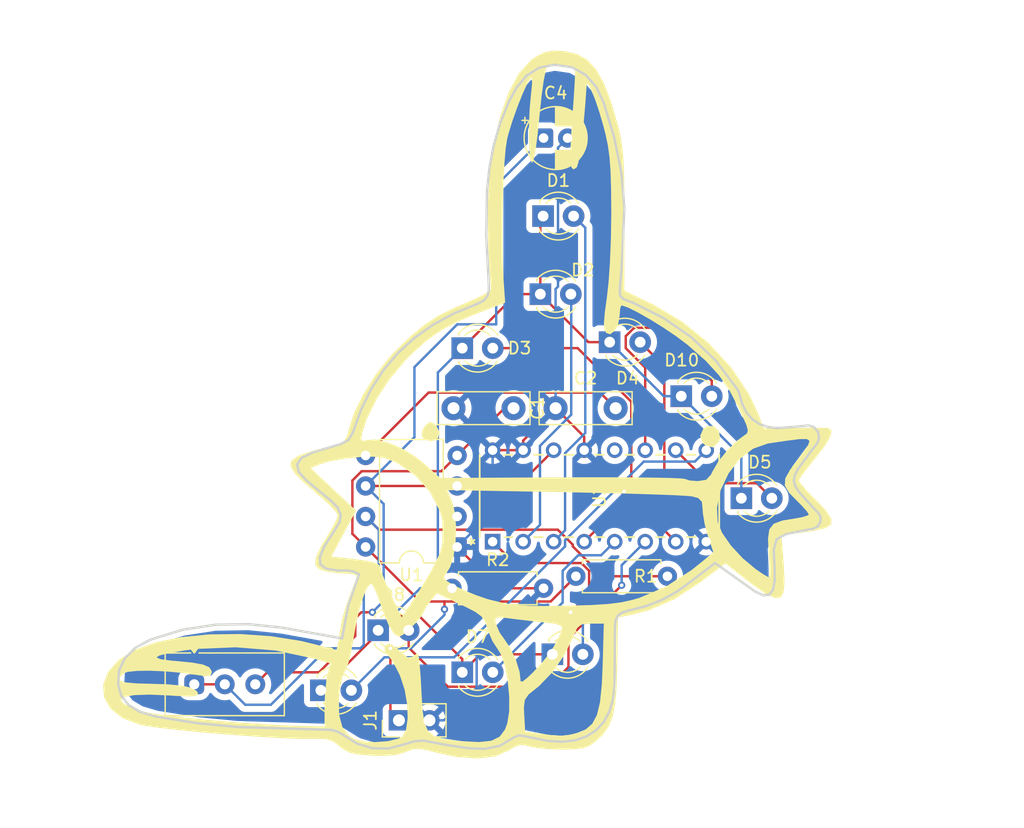
<source format=kicad_pcb>
(kicad_pcb (version 20241229) (generator "pcbnew") (generator_version "9.0")
  (layers (0 "F.Cu" signal) (2 "B.Cu" signal) (13 "F.Paste" user) (15 "B.Paste" user) (5 "F.SilkS" user "F.Silkscreen") (7 "B.SilkS" user "B.Silkscreen") (1 "F.Mask" user) (3 "B.Mask" user) (25 "Edge.Cuts" user))
  (net 0 "")
  (net 1 "GND")
  (net 2 "+5V")
  (net 3 "Net-(U1-CONT)")
  (net 4 "TR")
  (net 5 "Net-(D1-K)")
  (net 6 "Net-(D1-A)")
  (net 7 "Net-(D2-A)")
  (net 8 "Net-(D3-A)")
  (net 9 "Net-(D4-A)")
  (net 10 "Net-(D5-A)")
  (net 11 "Net-(D6-A)")
  (net 12 "Net-(D7-A)")
  (net 13 "Net-(D8-A)")
  (net 14 "Net-(D9-A)")
  (net 15 "Net-(D10-A)")
  (net 16 "Net-(U1-DISCH)")
  (net 17 "OUT")
  (footprint "Capacitor_THT:C_Disc_D7.5mm_W2.5mm_P5.00mm" (layer "F.Cu") (at 164.5 82.5)
    (property "Reference" "C2" (at 2.5 -2.5 0) (layer "F.SilkS"))
    (property "Value" "0.01 uF")
    (pad "1" thru_hole circle (at 0 0) (size 2 2) (drill 1) (layers "*.Cu" "*.Mask") (net 1 "GND"))
    (pad "2" thru_hole circle (at 5 0) (size 2 2) (drill 1) (layers "*.Cu" "*.Mask") (net 3 "Net-(U1-CONT)"))
  )
  (footprint "LOGO" (layer "F.Cu") (at 157 82.5)
    (property "Reference" "G***" (hide yes))
    (property "Value" "LOGO" (hide yes))
  )
  (footprint "LED_THT:LED_D3.0mm" (layer "F.Cu") (at 163.23 73)
    (property "Reference" "D2" (at 3.54 -2 0) (layer "F.SilkS"))
    (property "Value" "LED")
    (pad "1" thru_hole rect (at 0 0) (size 1.8 1.8) (drill 0.9) (layers "*.Cu" "*.Mask") (net 5 "Net-(D1-K)"))
    (pad "2" thru_hole circle (at 2.54 0) (size 1.8 1.8) (drill 0.9) (layers "*.Cu" "*.Mask") (net 7 "Net-(D2-A)"))
  )
  (footprint "Capacitor_THT:C_Disc_D7.5mm_W2.5mm_P5.00mm" (layer "F.Cu") (at 161 82.5 180)
    (property "Reference" "C1" (at -2 0 90) (layer "F.SilkS"))
    (property "Value" "100 nF")
    (pad "1" thru_hole circle (at 0 0 180) (size 2 2) (drill 1) (layers "*.Cu" "*.Mask") (net 2 "+5V"))
    (pad "2" thru_hole circle (at 5 0 180) (size 2 2) (drill 1) (layers "*.Cu" "*.Mask") (net 1 "GND"))
  )
  (footprint "footprints:N16" (layer "F.Cu") (at 159.26 93.62 90)
    (property "Reference" "U2" (at 3.81 8.89 90) (layer "F.SilkS"))
    (property "Value" "4017")
    (fp_text user "*" (at 0 -1.4097 90) (layer "F.SilkS"))
    (fp_text user "*" (at 0 -1.4097 90) (layer "F.SilkS"))
    (pad "1" thru_hole rect (at 0 0 90) (size 1.2954 1.2954) (drill 0.7874) (layers "*.Cu" "*.Mask") (net 11 "Net-(D6-A)"))
    (pad "2" thru_hole circle (at 0 2.54 90) (size 1.2954 1.2954) (drill 0.7874) (layers "*.Cu" "*.Mask") (net 7 "Net-(D2-A)"))
    (pad "3" thru_hole circle (at 0 5.08 90) (size 1.2954 1.2954) (drill 0.7874) (layers "*.Cu" "*.Mask") (net 6 "Net-(D1-A)"))
    (pad "4" thru_hole circle (at 0 7.62 90) (size 1.2954 1.2954) (drill 0.7874) (layers "*.Cu" "*.Mask") (net 8 "Net-(D3-A)"))
    (pad "5" thru_hole circle (at 0 10.16 90) (size 1.2954 1.2954) (drill 0.7874) (layers "*.Cu" "*.Mask") (net 12 "Net-(D7-A)"))
    (pad "6" thru_hole circle (at 0 12.7 90) (size 1.2954 1.2954) (drill 0.7874) (layers "*.Cu" "*.Mask") (net 13 "Net-(D8-A)"))
    (pad "7" thru_hole circle (at 0 15.24 90) (size 1.2954 1.2954) (drill 0.7874) (layers "*.Cu" "*.Mask") (net 9 "Net-(D4-A)"))
    (pad "8" thru_hole circle (at 0 17.78 90) (size 1.2954 1.2954) (drill 0.7874) (layers "*.Cu" "*.Mask") (net 1 "GND"))
    (pad "9" thru_hole circle (at 7.62 17.78 90) (size 1.2954 1.2954) (drill 0.7874) (layers "*.Cu" "*.Mask") (net 14 "Net-(D9-A)"))
    (pad "10" thru_hole circle (at 7.62 15.24 90) (size 1.2954 1.2954) (drill 0.7874) (layers "*.Cu" "*.Mask") (net 10 "Net-(D5-A)"))
    (pad "11" thru_hole circle (at 7.62 12.7 90) (size 1.2954 1.2954) (drill 0.7874) (layers "*.Cu" "*.Mask") (net 15 "Net-(D10-A)"))
    (pad "12" thru_hole circle (at 7.62 10.16 90) (size 1.2954 1.2954) (drill 0.7874) (layers "*.Cu" "*.Mask"))
    (pad "13" thru_hole circle (at 7.62 7.62 90) (size 1.2954 1.2954) (drill 0.7874) (layers "*.Cu" "*.Mask") (net 1 "GND"))
    (pad "14" thru_hole circle (at 7.62 5.08 90) (size 1.2954 1.2954) (drill 0.7874) (layers "*.Cu" "*.Mask") (net 17 "OUT"))
    (pad "15" thru_hole circle (at 7.62 2.54 90) (size 1.2954 1.2954) (drill 0.7874) (layers "*.Cu" "*.Mask") (net 1 "GND"))
    (pad "16" thru_hole circle (at 7.62 0 90) (size 1.2954 1.2954) (drill 0.7874) (layers "*.Cu" "*.Mask") (net 1 "GND"))
  )
  (footprint "LED_THT:LED_D3.0mm" (layer "F.Cu") (at 144.96 106)
    (property "Reference" "D9" (at 1.27 -2.96 0) (layer "F.SilkS"))
    (property "Value" "LED")
    (pad "1" thru_hole rect (at 0 0) (size 1.8 1.8) (drill 0.9) (layers "*.Cu" "*.Mask") (net 5 "Net-(D1-K)"))
    (pad "2" thru_hole circle (at 2.54 0) (size 1.8 1.8) (drill 0.9) (layers "*.Cu" "*.Mask") (net 14 "Net-(D9-A)"))
  )
  (footprint "LED_THT:LED_D3.0mm" (layer "F.Cu") (at 163.46 66.5)
    (property "Reference" "D1" (at 1.27 -2.96 0) (layer "F.SilkS"))
    (property "Value" "LED")
    (pad "1" thru_hole rect (at 0 0) (size 1.8 1.8) (drill 0.9) (layers "*.Cu" "*.Mask") (net 5 "Net-(D1-K)"))
    (pad "2" thru_hole circle (at 2.54 0) (size 1.8 1.8) (drill 0.9) (layers "*.Cu" "*.Mask") (net 6 "Net-(D1-A)"))
  )
  (footprint "Resistor_THT:R_Axial_DIN0207_L6.3mm_D2.5mm_P7.62mm_Horizontal" (layer "F.Cu") (at 173.81 96.5 180)
    (property "Reference" "R1" (at 1.81 0 0) (layer "F.SilkS"))
    (property "Value" "1k")
    (pad "1" thru_hole circle (at 0 0 180) (size 1.6 1.6) (drill 0.8) (layers "*.Cu" "*.Mask") (net 16 "Net-(U1-DISCH)"))
    (pad "2" thru_hole circle (at 7.62 0 180) (size 1.6 1.6) (drill 0.8) (layers "*.Cu" "*.Mask") (net 2 "+5V"))
  )
  (footprint "LED_THT:LED_D3.0mm" (layer "F.Cu") (at 164.23 103)
    (property "Reference" "D6" (at 1.27 -2.96 0) (layer "F.SilkS"))
    (property "Value" "LED")
    (pad "1" thru_hole rect (at 0 0) (size 1.8 1.8) (drill 0.9) (layers "*.Cu" "*.Mask") (net 5 "Net-(D1-K)"))
    (pad "2" thru_hole circle (at 2.54 0) (size 1.8 1.8) (drill 0.9) (layers "*.Cu" "*.Mask") (net 11 "Net-(D6-A)"))
  )
  (footprint "LED_THT:LED_D3.0mm" (layer "F.Cu") (at 179.96 90)
    (property "Reference" "D5" (at 1.54 -3 0) (layer "F.SilkS"))
    (property "Value" "LED")
    (pad "1" thru_hole rect (at 0 0) (size 1.8 1.8) (drill 0.9) (layers "*.Cu" "*.Mask") (net 5 "Net-(D1-K)"))
    (pad "2" thru_hole circle (at 2.54 0) (size 1.8 1.8) (drill 0.9) (layers "*.Cu" "*.Mask") (net 10 "Net-(D5-A)"))
  )
  (footprint "Potentiometer_THT:Potentiometer_Vishay_T93YA_Vertical" (layer "F.Cu") (at 134.42 105.5)
    (property "Reference" "RV1" (hide yes))
    (property "Value" "R_Potentiometer" (hide yes))
    (pad "1" thru_hole roundrect (at 0 0) (size 1.65 1.65) (drill 0.85) (layers "*.Cu" "*.Mask") (net 16 "Net-(U1-DISCH)"))
    (pad "2" thru_hole circle (at 2.54 0) (size 1.65 1.65) (drill 0.85) (layers "*.Cu" "*.Mask") (net 16 "Net-(U1-DISCH)"))
    (pad "3" thru_hole circle (at 5.08 0) (size 1.65 1.65) (drill 0.85) (layers "*.Cu" "*.Mask") (net 4 "TR"))
  )
  (footprint "LED_THT:LED_D3.0mm" (layer "F.Cu") (at 174.96 81.5)
    (property "Reference" "D10" (at 0.04 -3 0) (layer "F.SilkS"))
    (property "Value" "LED" (hide yes))
    (pad "1" thru_hole rect (at 0 0) (size 1.8 1.8) (drill 0.9) (layers "*.Cu" "*.Mask") (net 5 "Net-(D1-K)"))
    (pad "2" thru_hole circle (at 2.54 0) (size 1.8 1.8) (drill 0.9) (layers "*.Cu" "*.Mask") (net 15 "Net-(D10-A)"))
  )
  (footprint "Connector_PinHeader_2.54mm:PinHeader_1x02_P2.54mm_Vertical" (layer "F.Cu") (at 151.46 108.5 90)
    (property "Reference" "J1" (at 0 -2.38 90) (layer "F.SilkS"))
    (property "Value" "Conn_01x02" (hide yes))
    (pad "1" thru_hole rect (at 0 0 90) (size 1.7 1.7) (drill 1) (layers "*.Cu" "*.Mask") (net 2 "+5V"))
    (pad "2" thru_hole circle (at 0 2.54 90) (size 1.7 1.7) (drill 1) (layers "*.Cu" "*.Mask") (net 1 "GND"))
  )
  (footprint "LED_THT:LED_D3.0mm" (layer "F.Cu") (at 156.73 77.5)
    (property "Reference" "D3" (at 4.77 0 0) (layer "F.SilkS"))
    (property "Value" "LED" (hide yes))
    (pad "1" thru_hole rect (at 0 0) (size 1.8 1.8) (drill 0.9) (layers "*.Cu" "*.Mask") (net 5 "Net-(D1-K)"))
    (pad "2" thru_hole circle (at 2.54 0) (size 1.8 1.8) (drill 0.9) (layers "*.Cu" "*.Mask") (net 8 "Net-(D3-A)"))
  )
  (footprint "Resistor_THT:R_Axial_DIN0207_L6.3mm_D2.5mm_P7.62mm_Horizontal" (layer "F.Cu") (at 155.88 97.5)
    (property "Reference" "R2" (at 3.81 -2.37 0) (layer "F.SilkS"))
    (property "Value" "470 ohms")
    (pad "1" thru_hole circle (at 0 0) (size 1.6 1.6) (drill 0.8) (layers "*.Cu" "*.Mask") (net 5 "Net-(D1-K)"))
    (pad "2" thru_hole circle (at 7.62 0) (size 1.6 1.6) (drill 0.8) (layers "*.Cu" "*.Mask") (net 1 "GND"))
  )
  (footprint "LED_THT:LED_D3.0mm" (layer "F.Cu") (at 169 77)
    (property "Reference" "D4" (at 1.5 3 0) (layer "F.SilkS"))
    (property "Value" "LED" (hide yes))
    (pad "1" thru_hole rect (at 0 0) (size 1.8 1.8) (drill 0.9) (layers "*.Cu" "*.Mask") (net 5 "Net-(D1-K)"))
    (pad "2" thru_hole circle (at 2.54 0) (size 1.8 1.8) (drill 0.9) (layers "*.Cu" "*.Mask") (net 9 "Net-(D4-A)"))
  )
  (footprint "LED_THT:LED_D3.0mm" (layer "F.Cu") (at 149.73 101)
    (property "Reference" "D8" (at 1.27 -2.96 0) (layer "F.SilkS"))
    (property "Value" "LED" (hide yes))
    (pad "1" thru_hole rect (at 0 0) (size 1.8 1.8) (drill 0.9) (layers "*.Cu" "*.Mask") (net 5 "Net-(D1-K)"))
    (pad "2" thru_hole circle (at 2.54 0) (size 1.8 1.8) (drill 0.9) (layers "*.Cu" "*.Mask") (net 13 "Net-(D8-A)"))
  )
  (footprint "LED_THT:LED_D3.0mm" (layer "F.Cu") (at 156.73 104.5)
    (property "Reference" "D7" (at 1.27 -2.96 0) (layer "F.SilkS"))
    (property "Value" "LED")
    (pad "1" thru_hole rect (at 0 0) (size 1.8 1.8) (drill 0.9) (layers "*.Cu" "*.Mask") (net 5 "Net-(D1-K)"))
    (pad "2" thru_hole circle (at 2.54 0) (size 1.8 1.8) (drill 0.9) (layers "*.Cu" "*.Mask") (net 12 "Net-(D7-A)"))
  )
  (footprint "Package_DIP:DIP-8_W7.62mm" (layer "F.Cu") (at 156.305 94.06 180)
    (property "Reference" "U1" (at 3.81 -2.33 0) (layer "F.SilkS"))
    (property "Value" "NE555P")
    (pad "1" thru_hole roundrect (at 0 0 180) (size 1.6 1.6) (drill 0.8) (layers "*.Cu" "*.Mask") (roundrect_rratio 0.15625) (net 1 "GND"))
    (pad "2" thru_hole circle (at 0 2.54 180) (size 1.6 1.6) (drill 0.8) (layers "*.Cu" "*.Mask") (net 4 "TR"))
    (pad "3" thru_hole circle (at 0 5.08 180) (size 1.6 1.6) (drill 0.8) (layers "*.Cu" "*.Mask") (net 17 "OUT"))
    (pad "4" thru_hole circle (at 0 7.62 180) (size 1.6 1.6) (drill 0.8) (layers "*.Cu" "*.Mask") (net 2 "+5V"))
    (pad "5" thru_hole circle (at 7.62 7.62 180) (size 1.6 1.6) (drill 0.8) (layers "*.Cu" "*.Mask") (net 3 "Net-(U1-CONT)"))
    (pad "6" thru_hole circle (at 7.62 5.08 180) (size 1.6 1.6) (drill 0.8) (layers "*.Cu" "*.Mask") (net 4 "TR"))
    (pad "7" thru_hole circle (at 7.62 2.54 180) (size 1.6 1.6) (drill 0.8) (layers "*.Cu" "*.Mask") (net 16 "Net-(U1-DISCH)"))
    (pad "8" thru_hole circle (at 7.62 0 180) (size 1.6 1.6) (drill 0.8) (layers "*.Cu" "*.Mask") (net 2 "+5V"))
  )
  (footprint "Capacitor_THT:CP_Radial_D5.0mm_P2.00mm" (layer "F.Cu") (at 163.5 60)
    (property "Reference" "C4" (at 1 -3.75 0) (layer "F.SilkS"))
    (property "Value" "1 uF")
    (pad "1" thru_hole roundrect (at 0 0) (size 1.6 1.6) (drill 0.8) (layers "*.Cu" "*.Mask") (roundrect_rratio 0.15625) (net 4 "TR"))
    (pad "2" thru_hole circle (at 2 0) (size 1.6 1.6) (drill 0.8) (layers "*.Cu" "*.Mask") (net 1 "GND"))
  )
  (gr_line (start 159.883418 58.76103) (end 160.623571 56.939346) (stroke (width 0.2)) (layer "Edge.Cuts"))
  (gr_line (start 129.535922 102.443271) (end 130.808583 101.764409) (stroke (width 0.2)) (layer "Edge.Cuts"))
  (gr_line (start 149.275446 110.827881) (end 148.000197 110.447953) (stroke (width 0.2)) (layer "Edge.Cuts"))
  (gr_line (start 186.559936 91.582479) (end 186.545195 91.962602) (stroke (width 0.2)) (layer "Edge.Cuts"))
  (gr_line (start 168.501514 108.642432) (end 167.864238 109.332408) (stroke (width 0.2)) (layer "Edge.Cuts"))
  (gr_line (start 184.40187 88.098716) (end 184.330288 88.539754) (stroke (width 0.2)) (layer "Edge.Cuts"))
  (gr_line (start 166.132812 110.160043) (end 165.053552 110.285495) (stroke (width 0.2)) (layer "Edge.Cuts"))
  (gr_line (start 185.907279 90.747036) (end 186.409149 91.271542) (stroke (width 0.2)) (layer "Edge.Cuts"))
  (gr_line (start 157.909871 73.843458) (end 158.528515 73.52977) (stroke (width 0.2)) (layer "Edge.Cuts"))
  (gr_line (start 156.039793 74.607319) (end 157.909871 73.843458) (stroke (width 0.2)) (layer "Edge.Cuts"))
  (gr_line (start 169.373738 59.929678) (end 169.969186 62.847911) (stroke (width 0.2)) (layer "Edge.Cuts"))
  (gr_line (start 138.002992 109.054709) (end 134.62353 108.733837) (stroke (width 0.2)) (layer "Edge.Cuts"))
  (gr_line (start 131.262684 108.192635) (end 129.918801 107.796935) (stroke (width 0.2)) (layer "Edge.Cuts"))
  (gr_line (start 169.839114 72.649932) (end 169.871252 73.129801) (stroke (width 0.2)) (layer "Edge.Cuts"))
  (gr_line (start 148.311232 82.611666) (end 149.171664 80.865103) (stroke (width 0.2)) (layer "Edge.Cuts"))
  (gr_line (start 128.080232 105.521952) (end 128.159346 104.355373) (stroke (width 0.2)) (layer "Edge.Cuts"))
  (gr_line (start 141.715547 100.775764) (end 146.723623 101.678336) (stroke (width 0.2)) (layer "Edge.Cuts"))
  (gr_line (start 129.918801 107.796935) (end 128.955925 107.223571) (stroke (width 0.2)) (layer "Edge.Cuts"))
  (gr_line (start 159.350291 60.60632) (end 159.883418 58.76103) (stroke (width 0.2)) (layer "Edge.Cuts"))
  (gr_line (start 161.459434 109.746689) (end 161.03982 109.90888) (stroke (width 0.2)) (layer "Edge.Cuts"))
  (gr_line (start 186.442272 84.954778) (end 186.297164 85.400326) (stroke (width 0.2)) (layer "Edge.Cuts"))
  (gr_line (start 169.871252 73.129801) (end 170.141388 73.407914) (stroke (width 0.2)) (layer "Edge.Cuts"))
  (gr_line (start 170.055209 99.511626) (end 169.691059 99.783676) (stroke (width 0.2)) (layer "Edge.Cuts"))
  (gr_line (start 157.280706 110.82816) (end 155.904541 110.627508) (stroke (width 0.2)) (layer "Edge.Cuts"))
  (gr_line (start 185.563601 83.932058) (end 185.99287 84.062757) (stroke (width 0.2)) (layer "Edge.Cuts"))
  (gr_line (start 179.764162 81.167974) (end 180.025216 82.12547) (stroke (width 0.2)) (layer "Edge.Cuts"))
  (gr_line (start 186.018386 92.521573) (end 185.243908 92.672704) (stroke (width 0.2)) (layer "Edge.Cuts"))
  (gr_line (start 128.159346 104.355373) (end 128.648709 103.318036) (stroke (width 0.2)) (layer "Edge.Cuts"))
  (gr_line (start 161.904341 109.821809) (end 161.459434 109.746689) (stroke (width 0.2)) (layer "Edge.Cuts"))
  (gr_line (start 183.68154 92.989261) (end 182.89945 93.423857) (stroke (width 0.2)) (layer "Edge.Cuts"))
  (gr_line (start 149.171664 80.865103) (end 150.20635 79.284934) (stroke (width 0.2)) (layer "Edge.Cuts"))
  (gr_line (start 170.141388 73.407914) (end 170.937132 73.712251) (stroke (width 0.2)) (layer "Edge.Cuts"))
  (gr_line (start 144.797154 109.265662) (end 138.002992 109.054709) (stroke (width 0.2)) (layer "Edge.Cuts"))
  (gr_line (start 163.841854 110.210564) (end 161.904341 109.821809) (stroke (width 0.2)) (layer "Edge.Cuts"))
  (gr_line (start 182.730983 95.834764) (end 182.73483 96.892466) (stroke (width 0.2)) (layer "Edge.Cuts"))
  (gr_line (start 184.655919 84.028434) (end 185.563601 83.932058) (stroke (width 0.2)) (layer "Edge.Cuts"))
  (gr_line (start 177.770573 95.398103) (end 175.792639 96.91277) (stroke (width 0.2)) (layer "Edge.Cuts"))
  (gr_line (start 185.691248 86.181377) (end 184.654364 87.594477) (stroke (width 0.2)) (layer "Edge.Cuts"))
  (gr_line (start 147.627445 84.52567) (end 148.311232 82.611666) (stroke (width 0.2)) (layer "Edge.Cuts"))
  (gr_line (start 170.003621 70.739892) (end 169.839114 72.649932) (stroke (width 0.2)) (layer "Edge.Cuts"))
  (gr_line (start 184.330288 88.539754) (end 184.442328 88.97135) (stroke (width 0.2)) (layer "Edge.Cuts"))
  (gr_line (start 174.607498 97.776439) (end 173.343967 98.4696) (stroke (width 0.2)) (layer "Edge.Cuts"))
  (gr_line (start 169.487929 100.197998) (end 169.441698 100.785522) (stroke (width 0.2)) (layer "Edge.Cuts"))
  (gr_line (start 186.328332 84.440016) (end 186.442272 84.954778) (stroke (width 0.2)) (layer "Edge.Cuts"))
  (gr_line (start 152.788915 76.619604) (end 154.332011 75.532353) (stroke (width 0.2)) (layer "Edge.Cuts"))
  (gr_line (start 169.281969 106.74068) (end 168.976573 107.776488) (stroke (width 0.2)) (layer "Edge.Cuts"))
  (gr_line (start 167.072189 109.840313) (end 166.132812 110.160043) (stroke (width 0.2)) (layer "Edge.Cuts"))
  (gr_line (start 136.194437 100.534757) (end 138.941312 100.490567) (stroke (width 0.2)) (layer "Edge.Cuts"))
  (gr_line (start 128.955925 107.223571) (end 128.350816 106.467068) (stroke (width 0.2)) (layer "Edge.Cuts"))
  (gr_line (start 180.404623 82.875932) (end 180.893266 83.437172) (stroke (width 0.2)) (layer "Edge.Cuts"))
  (gr_line (start 146.606595 91.368124) (end 146.361752 90.779839) (stroke (width 0.2)) (layer "Edge.Cuts"))
  (gr_line (start 145.823268 109.29588) (end 144.797154 109.265662) (stroke (width 0.2)) (layer "Edge.Cuts"))
  (gr_line (start 144.921141 95.509869) (end 144.875309 94.905474) (stroke (width 0.2)) (layer "Edge.Cuts"))
  (gr_line (start 158.603603 110.876251) (end 157.280706 110.82816) (stroke (width 0.2)) (layer "Edge.Cuts"))
  (gr_line (start 162.080846 54.809133) (end 163.110437 54.147141) (stroke (width 0.2)) (layer "Edge.Cuts"))
  (gr_line (start 165.837984 54.097446) (end 166.99035 54.72919) (stroke (width 0.2)) (layer "Edge.Cuts"))
  (gr_line (start 145.820365 90.22091) (end 143.782105 88.540968) (stroke (width 0.2)) (layer "Edge.Cuts"))
  (gr_line (start 146.802327 109.704786) (end 146.320527 109.422048) (stroke (width 0.2)) (layer "Edge.Cuts"))
  (gr_line (start 173.343967 98.4696) (end 172.002738 98.993882) (stroke (width 0.2)) (layer "Edge.Cuts"))
  (gr_line (start 158.528515 73.52977) (end 158.844732 73.13231) (stroke (width 0.2)) (layer "Edge.Cuts"))
  (gr_line (start 143.782105 88.540968) (end 143.128085 87.814006) (stroke (width 0.2)) (layer "Edge.Cuts"))
  (gr_line (start 146.528005 91.996709) (end 146.606595 91.368124) (stroke (width 0.2)) (layer "Edge.Cuts"))
  (gr_line (start 172.002738 98.993882) (end 170.584501 99.350917) (stroke (width 0.2)) (layer "Edge.Cuts"))
  (gr_line (start 128.350816 106.467068) (end 128.080232 105.521952) (stroke (width 0.2)) (layer "Edge.Cuts"))
  (gr_line (start 181.132366 97.788967) (end 177.770573 95.398103) (stroke (width 0.2)) (layer "Edge.Cuts"))
  (gr_line (start 158.793079 64.354111) (end 158.996181 62.471814) (stroke (width 0.2)) (layer "Edge.Cuts"))
  (gr_line (start 144.875309 94.905474) (end 145.248826 94.011541) (stroke (width 0.2)) (layer "Edge.Cuts"))
  (gr_line (start 147.661082 96.098796) (end 147.206729 96.021985) (stroke (width 0.2)) (layer "Edge.Cuts"))
  (gr_line (start 144.237875 86.199887) (end 146.63975 85.473629) (stroke (width 0.2)) (layer "Edge.Cuts"))
  (gr_line (start 182.89945 93.423857) (end 182.661357 94.273393) (stroke (width 0.2)) (layer "Edge.Cuts"))
  (gr_line (start 147.24377 98.914797) (end 148.133738 96.33456) (stroke (width 0.2)) (layer "Edge.Cuts"))
  (gr_line (start 180.893266 83.437172) (end 181.482028 83.827) (stroke (width 0.2)) (layer "Edge.Cuts"))
  (gr_line (start 158.996181 62.471814) (end 159.350291 60.60632) (stroke (width 0.2)) (layer "Edge.Cuts"))
  (gr_line (start 146.348707 96.026205) (end 145.405786 95.868766) (stroke (width 0.2)) (layer "Edge.Cuts"))
  (gr_line (start 186.409149 91.271542) (end 186.559936 91.582479) (stroke (width 0.2)) (layer "Edge.Cuts"))
  (gr_line (start 170.085978 68.83213) (end 170.003621 70.739892) (stroke (width 0.2)) (layer "Edge.Cuts"))
  (gr_line (start 169.969186 62.847911) (end 170.227591 65.812399) (stroke (width 0.2)) (layer "Edge.Cuts"))
  (gr_line (start 186.297164 85.400326) (end 185.691248 86.181377) (stroke (width 0.2)) (layer "Edge.Cuts"))
  (gr_line (start 182.923439 84.163671) (end 184.655919 84.028434) (stroke (width 0.2)) (layer "Edge.Cuts"))
  (gr_line (start 180.025216 82.12547) (end 180.404623 82.875932) (stroke (width 0.2)) (layer "Edge.Cuts"))
  (gr_line (start 169.691059 99.783676) (end 169.487929 100.197998) (stroke (width 0.2)) (layer "Edge.Cuts"))
  (gr_line (start 158.844732 73.13231) (end 158.948696 72.625383) (stroke (width 0.2)) (layer "Edge.Cuts"))
  (gr_line (start 142.984298 87.184644) (end 143.353358 86.648174) (stroke (width 0.2)) (layer "Edge.Cuts"))
  (gr_line (start 150.20635 79.284934) (end 151.412897 77.870116) (stroke (width 0.2)) (layer "Edge.Cuts"))
  (gr_line (start 134.62353 108.733837) (end 131.262684 108.192635) (stroke (width 0.2)) (layer "Edge.Cuts"))
  (gr_line (start 128.648709 103.318036) (end 129.535922 102.443271) (stroke (width 0.2)) (layer "Edge.Cuts"))
  (gr_line (start 170.584501 99.350917) (end 170.055209 99.511626) (stroke (width 0.2)) (layer "Edge.Cuts"))
  (gr_line (start 185.99287 84.062757) (end 186.328332 84.440016) (stroke (width 0.2)) (layer "Edge.Cuts"))
  (gr_line (start 165.053552 110.285495) (end 163.841854 110.210564) (stroke (width 0.2)) (layer "Edge.Cuts"))
  (gr_line (start 181.482028 83.827) (end 182.161791 84.06323) (stroke (width 0.2)) (layer "Edge.Cuts"))
  (gr_line (start 143.128085 87.814006) (end 142.984298 87.184644) (stroke (width 0.2)) (layer "Edge.Cuts"))
  (gr_line (start 182.599469 97.630959) (end 182.286324 98.033223) (stroke (width 0.2)) (layer "Edge.Cuts"))
  (gr_line (start 146.320527 109.422048) (end 145.823268 109.29588) (stroke (width 0.2)) (layer "Edge.Cuts"))
  (gr_line (start 159.860788 110.620314) (end 158.603603 110.876251) (stroke (width 0.2)) (layer "Edge.Cuts"))
  (gr_line (start 155.904541 110.627508) (end 155.011259 110.479427) (stroke (width 0.2)) (layer "Edge.Cuts"))
  (gr_line (start 138.941312 100.490567) (end 141.715547 100.775764) (stroke (width 0.2)) (layer "Edge.Cuts"))
  (gr_line (start 179.560472 80.830255) (end 179.764162 81.167974) (stroke (width 0.2)) (layer "Edge.Cuts"))
  (gr_line (start 167.876412 55.730983) (end 168.504225 57.04871) (stroke (width 0.2)) (layer "Edge.Cuts"))
  (gr_line (start 145.248826 94.011541) (end 146.099092 92.676535) (stroke (width 0.2)) (layer "Edge.Cuts"))
  (gr_line (start 133.481377 100.946611) (end 136.194437 100.534757) (stroke (width 0.2)) (layer "Edge.Cuts"))
  (gr_line (start 150.588643 110.845296) (end 149.275446 110.827881) (stroke (width 0.2)) (layer "Edge.Cuts"))
  (gr_line (start 145.405786 95.868766) (end 144.921141 95.509869) (stroke (width 0.2)) (layer "Edge.Cuts"))
  (gr_line (start 170.937132 73.712251) (end 173.5 75) (stroke (width 0.2)) (layer "Edge.Cuts"))
  (gr_line (start 147.261937 85.145531) (end 147.627445 84.52567) (stroke (width 0.2)) (layer "Edge.Cuts"))
  (gr_line (start 169.441698 100.785522) (end 169.410257 105.541112) (stroke (width 0.2)) (layer "Edge.Cuts"))
  (gr_line (start 168.504225 57.04871) (end 169.373738 59.929678) (stroke (width 0.2)) (layer "Edge.Cuts"))
  (gr_line (start 161.269539 55.773861) (end 162.080846 54.809133) (stroke (width 0.2)) (layer "Edge.Cuts"))
  (gr_line (start 181.796817 98.089234) (end 181.132366 97.788967) (stroke (width 0.2)) (layer "Edge.Cuts"))
  (gr_line (start 154.332011 75.532353) (end 156.039793 74.607319) (stroke (width 0.2)) (layer "Edge.Cuts"))
  (gr_line (start 148.133738 96.33456) (end 147.661082 96.098796) (stroke (width 0.2)) (layer "Edge.Cuts"))
  (gr_line (start 155.011259 110.479427) (end 153.494833 110.181162) (stroke (width 0.2)) (layer "Edge.Cuts"))
  (gr_line (start 182.286324 98.033223) (end 181.796817 98.089234) (stroke (width 0.2)) (layer "Edge.Cuts"))
  (gr_line (start 173.5 75) (end 175.805137 76.598457) (stroke (width 0.2)) (layer "Edge.Cuts"))
  (gr_line (start 158.948696 72.625383) (end 158.930576 71.983295) (stroke (width 0.2)) (layer "Edge.Cuts"))
  (gr_line (start 130.808583 101.764409) (end 133.481377 100.946611) (stroke (width 0.2)) (layer "Edge.Cuts"))
  (gr_line (start 182.73483 96.892466) (end 182.599469 97.630959) (stroke (width 0.2)) (layer "Edge.Cuts"))
  (gr_line (start 182.661357 94.273393) (end 182.730983 95.834764) (stroke (width 0.2)) (layer "Edge.Cuts"))
  (gr_line (start 143.353358 86.648174) (end 144.237875 86.199887) (stroke (width 0.2)) (layer "Edge.Cuts"))
  (gr_line (start 167.864238 109.332408) (end 167.072189 109.840313) (stroke (width 0.2)) (layer "Edge.Cuts"))
  (gr_line (start 168.976573 107.776488) (end 168.501514 108.642432) (stroke (width 0.2)) (layer "Edge.Cuts"))
  (gr_line (start 182.161791 84.06323) (end 182.923439 84.163671) (stroke (width 0.2)) (layer "Edge.Cuts"))
  (gr_line (start 160.623571 56.939346) (end 161.269539 55.773861) (stroke (width 0.2)) (layer "Edge.Cuts"))
  (gr_line (start 152.723732 110.251151) (end 151.900356 110.500921) (stroke (width 0.2)) (layer "Edge.Cuts"))
  (gr_line (start 146.361752 90.779839) (end 145.820365 90.22091) (stroke (width 0.2)) (layer "Edge.Cuts"))
  (gr_line (start 177.832106 78.533311) (end 179.560472 80.830255) (stroke (width 0.2)) (layer "Edge.Cuts"))
  (gr_line (start 151.412897 77.870116) (end 152.788915 76.619604) (stroke (width 0.2)) (layer "Edge.Cuts"))
  (gr_line (start 166.99035 54.72919) (end 167.876412 55.730983) (stroke (width 0.2)) (layer "Edge.Cuts"))
  (gr_line (start 184.442328 88.97135) (end 184.7407 89.447258) (stroke (width 0.2)) (layer "Edge.Cuts"))
  (gr_line (start 148.000197 110.447953) (end 146.802327 109.704786) (stroke (width 0.2)) (layer "Edge.Cuts"))
  (gr_line (start 151.900356 110.500921) (end 150.588643 110.845296) (stroke (width 0.2)) (layer "Edge.Cuts"))
  (gr_line (start 169.410257 105.541112) (end 169.281969 106.74068) (stroke (width 0.2)) (layer "Edge.Cuts"))
  (gr_line (start 175.792639 96.91277) (end 174.607498 97.776439) (stroke (width 0.2)) (layer "Edge.Cuts"))
  (gr_line (start 146.63975 85.473629) (end 147.261937 85.145531) (stroke (width 0.2)) (layer "Edge.Cuts"))
  (gr_line (start 170.227591 65.812399) (end 170.085978 68.83213) (stroke (width 0.2)) (layer "Edge.Cuts"))
  (gr_line (start 161.03982 109.90888) (end 159.860788 110.620314) (stroke (width 0.2)) (layer "Edge.Cuts"))
  (gr_line (start 184.654364 87.594477) (end 184.40187 88.098716) (stroke (width 0.2)) (layer "Edge.Cuts"))
  (gr_line (start 186.336916 92.328287) (end 186.018386 92.521573) (stroke (width 0.2)) (layer "Edge.Cuts"))
  (gr_line (start 175.805137 76.598457) (end 177.832106 78.533311) (stroke (width 0.2)) (layer "Edge.Cuts"))
  (gr_line (start 153.494833 110.181162) (end 152.723732 110.251151) (stroke (width 0.2)) (layer "Edge.Cuts"))
  (gr_line (start 186.545195 91.962602) (end 186.336916 92.328287) (stroke (width 0.2)) (layer "Edge.Cuts"))
  (gr_line (start 158.727865 68.155507) (end 158.793079 64.354111) (stroke (width 0.2)) (layer "Edge.Cuts"))
  (gr_line (start 184.7407 89.447258) (end 185.907279 90.747036) (stroke (width 0.2)) (layer "Edge.Cuts"))
  (gr_line (start 158.930576 71.983295) (end 158.727865 68.155507) (stroke (width 0.2)) (layer "Edge.Cuts"))
  (gr_line (start 146.723623 101.678336) (end 147.24377 98.914797) (stroke (width 0.2)) (layer "Edge.Cuts"))
  (gr_line (start 146.099092 92.676535) (end 146.528005 91.996709) (stroke (width 0.2)) (layer "Edge.Cuts"))
  (gr_line (start 163.110437 54.147141) (end 164.411259 53.889866) (stroke (width 0.2)) (layer "Edge.Cuts"))
  (gr_line (start 147.206729 96.021985) (end 146.348707 96.026205) (stroke (width 0.2)) (layer "Edge.Cuts"))
  (gr_line (start 164.411259 53.889866) (end 165.837984 54.097446) (stroke (width 0.2)) (layer "Edge.Cuts"))
  (gr_line (start 185.243908 92.672704) (end 183.68154 92.989261) (stroke (width 0.2)) (layer "Edge.Cuts"))
  (segment (start 161.8 85.2) (end 161.8 86) (width 0.2) (layer "F.Cu") (net 1))
  (segment (start 166.88 86.115227) (end 170.201 89.436227) (width 0.2) (layer "F.Cu") (net 1))
  (segment (start 159.745 97.5) (end 163.5 97.5) (width 0.2) (layer "F.Cu") (net 1))
  (segment (start 164.5 82.5) (end 161.8 85.2) (width 0.2) (layer "F.Cu") (net 1))
  (segment (start 166.88 86) (end 166.88 84.88) (width 0.2) (layer "F.Cu") (net 1))
  (segment (start 159.26 86) (end 161.8 86) (width 0.2) (layer "F.Cu") (net 1))
  (segment (start 166.88 84.88) (end 164.5 82.5) (width 0.2) (layer "F.Cu") (net 1))
  (segment (start 166.88 86) (end 166.88 86.115227) (width 0.2) (layer "F.Cu") (net 1))
  (segment (start 156.305 94.06) (end 159.745 97.5) (width 0.2) (layer "F.Cu") (net 1))
  (segment (start 156.305 82.805) (end 156 82.5) (width 0.2) (layer "F.Cu") (net 1))
  (via (at 170.201 89.436227) (size 0.6) (drill 0.3) (layers "F.Cu" "B.Cu") (net 1))
  (segment (start 164.700001 72.371528) (end 164.5 72.571529) (width 0.2) (layer "B.Cu") (net 1))
  (segment (start 155.202081 108.5) (end 157.931 105.771081) (width 0.2) (layer "B.Cu") (net 1))
  (segment (start 159.26 91.105) (end 156.305 94.06) (width 0.2) (layer "B.Cu") (net 1))
  (segment (start 157.931 103.069) (end 163.5 97.5) (width 0.2) (layer "B.Cu") (net 1))
  (segment (start 157.931 105.771081) (end 157.931 103.069) (width 0.2) (layer "B.Cu") (net 1))
  (segment (start 156 82.5) (end 159.26 85.76) (width 0.2) (layer "B.Cu") (net 1))
  (segment (start 164.700001 60.799999) (end 164.700001 72.371528) (width 0.2) (layer "B.Cu") (net 1))
  (segment (start 159.26 85.76) (end 159.26 86) (width 0.2) (layer "B.Cu") (net 1))
  (segment (start 159.26 86) (end 159.26 91.105) (width 0.2) (layer "B.Cu") (net 1))
  (segment (start 170.201 89.436227) (end 172.856227 89.436227) (width 0.2) (layer "B.Cu") (net 1))
  (segment (start 165.5 60) (end 164.700001 60.799999) (width 0.2) (layer "B.Cu") (net 1))
  (segment (start 154 108.5) (end 155.202081 108.5) (width 0.2) (layer "B.Cu") (net 1))
  (segment (start 172.856227 89.436227) (end 177.04 93.62) (width 0.2) (layer "B.Cu") (net 1))
  (segment (start 164.5 72.571529) (end 164.5 82.5) (width 0.2) (layer "B.Cu") (net 1))
  (segment (start 147.584 88.52395) (end 148.35795 87.75) (width 0.2) (layer "F.Cu") (net 2))
  (segment (start 148.685 94.06) (end 153.226 98.601) (width 0.2) (layer "F.Cu") (net 2))
  (segment (start 148.685 94.06) (end 147.584 92.959) (width 0.2) (layer "F.Cu") (net 2))
  (segment (start 164.089 98.601) (end 166.19 96.5) (width 0.2) (layer "F.Cu") (net 2))
  (segment (start 155.25 99.25) (end 155.25 98.601) (width 0.2) (layer "F.Cu") (net 2))
  (segment (start 160.245 82.5) (end 161 82.5) (width 0.2) (layer "F.Cu") (net 2))
  (segment (start 147.584 92.959) (end 147.584 88.52395) (width 0.2) (layer "F.Cu") (net 2))
  (segment (start 153.226 98.601) (end 155.25 98.601) (width 0.2) (layer "F.Cu") (net 2))
  (segment (start 154.995 87.75) (end 156.305 86.44) (width 0.2) (layer "F.Cu") (net 2))
  (segment (start 156.305 86.44) (end 160.245 82.5) (width 0.2) (layer "F.Cu") (net 2))
  (segment (start 148.35795 87.75) (end 154.995 87.75) (width 0.2) (layer "F.Cu") (net 2))
  (segment (start 150.75 107.79) (end 150.75 102.5) (width 0.2) (layer "F.Cu") (net 2))
  (segment (start 155.25 98.601) (end 164.089 98.601) (width 0.2) (layer "F.Cu") (net 2))
  (segment (start 151.46 108.5) (end 150.75 107.79) (width 0.2) (layer "F.Cu") (net 2))
  (via (at 155.25 99.25) (size 0.6) (drill 0.3) (layers "F.Cu" "B.Cu") (net 2))
  (via (at 150.75 102.5) (size 0.6) (drill 0.3) (layers "F.Cu" "B.Cu") (net 2))
  (segment (start 152.468471 102.5) (end 155.25 99.718471) (width 0.2) (layer "B.Cu") (net 2))
  (segment (start 155.25 99.718471) (end 155.25 99.25) (width 0.2) (layer "B.Cu") (net 2))
  (segment (start 150.75 102.5) (end 152.468471 102.5) (width 0.2) (layer "B.Cu") (net 2))
  (segment (start 148.685 86.44) (end 153.926 81.199) (width 0.2) (layer "F.Cu") (net 3))
  (segment (start 168.199 81.199) (end 169.5 82.5) (width 0.2) (layer "F.Cu") (net 3))
  (segment (start 153.926 81.199) (end 168.199 81.199) (width 0.2) (layer "F.Cu") (net 3))
  (segment (start 140.5 104.5) (end 139.5 105.5) (width 0.2) (layer "F.Cu") (net 4))
  (segment (start 153.765 88.98) (end 156.305 91.52) (width 0.2) (layer "F.Cu") (net 4))
  (segment (start 148.325 99.5) (end 147.826265 99.998735) (width 0.2) (layer "F.Cu") (net 4))
  (segment (start 147.826265 99.998735) (end 147.826265 101.474603) (width 0.2) (layer "F.Cu") (net 4))
  (segment (start 147.826265 101.474603) (end 144.800868 104.5) (width 0.2) (layer "F.Cu") (net 4))
  (segment (start 148.685 88.98) (end 153.765 88.98) (width 0.2) (layer "F.Cu") (net 4))
  (segment (start 149.25 99.5) (end 148.325 99.5) (width 0.2) (layer "F.Cu") (net 4))
  (segment (start 144.800868 104.5) (end 140.5 104.5) (width 0.2) (layer "F.Cu") (net 4))
  (via (at 149.25 99.5) (size 0.6) (drill 0.3) (layers "F.Cu" "B.Cu") (net 4))
  (segment (start 150.187 98.563) (end 149.25 99.5) (width 0.2) (layer "B.Cu") (net 4))
  (segment (start 152.75 79.078) (end 152.75 84.915) (width 0.2) (layer "B.Cu") (net 4))
  (segment (start 156.31295 75.51505) (end 152.75 79.078) (width 0.2) (layer "B.Cu") (net 4))
  (segment (start 159.556479 63.943521) (end 159.556479 75.51505) (width 0.2) (layer "B.Cu") (net 4))
  (segment (start 148.685 88.98) (end 150.187 90.482) (width 0.2) (layer "B.Cu") (net 4))
  (segment (start 163.5 60) (end 159.556479 63.943521) (width 0.2) (layer "B.Cu") (net 4))
  (segment (start 159.556479 75.51505) (end 156.31295 75.51505) (width 0.2) (layer "B.Cu") (net 4))
  (segment (start 152.75 84.915) (end 148.685 88.98) (width 0.2) (layer "B.Cu") (net 4))
  (segment (start 150.187 90.482) (end 150.187 98.563) (width 0.2) (layer "B.Cu") (net 4))
  (segment (start 153.129 99.799) (end 150.931 99.799) (width 0.2) (layer "F.Cu") (net 5))
  (segment (start 163.23 73) (end 163.23 66.73) (width 0.2) (layer "F.Cu") (net 5))
  (segment (start 149.73 101.23) (end 144.96 106) (width 0.2) (layer "F.Cu") (net 5))
  (segment (start 163.23 73) (end 167.23 77) (width 0.2) (layer "F.Cu") (net 5))
  (segment (start 158.23 103) (end 156.73 104.5) (width 0.2) (layer "F.Cu") (net 5))
  (segment (start 149.73 101) (end 149.73 101.23) (width 0.2) (layer "F.Cu") (net 5))
  (segment (start 161.23 73) (end 163.23 73) (width 0.2) (layer "F.Cu") (net 5))
  (segment (start 156.73 103.4) (end 153.129 99.799) (width 0.2) (layer "F.Cu") (net 5))
  (segment (start 156.73 104.5) (end 156.73 103.4) (width 0.2) (layer "F.Cu") (net 5))
  (segment (start 150.931 99.799) (end 149.73 101) (width 0.2) (layer "F.Cu") (net 5))
  (segment (start 167.23 77) (end 169 77) (width 0.2) (layer "F.Cu") (net 5))
  (segment (start 156.73 77.5) (end 161.23 73) (width 0.2) (layer "F.Cu") (net 5))
  (segment (start 163.23 66.73) (end 163.46 66.5) (width 0.2) (layer "F.Cu") (net 5))
  (segment (start 164.23 103) (end 158.23 103) (width 0.2) (layer "F.Cu") (net 5))
  (segment (start 173.5 81.5) (end 174.96 81.5) (width 0.2) (layer "B.Cu") (net 5))
  (segment (start 149.73 101) (end 153.23 97.5) (width 0.2) (layer "B.Cu") (net 5))
  (segment (start 174.96 81.5) (end 179.96 86.5) (width 0.2) (layer "B.Cu") (net 5))
  (segment (start 154.699 79.531) (end 154.699 96.319) (width 0.2) (layer "B.Cu") (net 5))
  (segment (start 154.699 96.319) (end 155.88 97.5) (width 0.2) (layer "B.Cu") (net 5))
  (segment (start 156.73 77.5) (end 154.699 79.531) (width 0.2) (layer "B.Cu") (net 5))
  (segment (start 156.73 77.5) (end 157.406 78.176) (width 0.2) (layer "B.Cu") (net 5))
  (segment (start 179.96 86.5) (end 179.96 90) (width 0.2) (layer "B.Cu") (net 5))
  (segment (start 169 77) (end 173.5 81.5) (width 0.2) (layer "B.Cu") (net 5))
  (segment (start 153.23 97.5) (end 155.88 97.5) (width 0.2) (layer "B.Cu") (net 5))
  (segment (start 165.2887 86.249635) (end 165.2887 92.6713) (width 0.2) (layer "B.Cu") (net 6))
  (segment (start 165.2887 92.6713) (end 164.34 93.62) (width 0.2) (layer "B.Cu") (net 6))
  (segment (start 166 66.5) (end 166.971 67.471) (width 0.2) (layer "B.Cu") (net 6))
  (segment (start 166.971 84.567335) (end 165.2887 86.249635) (width 0.2) (layer "B.Cu") (net 6))
  (segment (start 166.971 67.471) (end 166.971 84.567335) (width 0.2) (layer "B.Cu") (net 6))
  (segment (start 165.801 83.038892) (end 165.801 73.031) (width 0.2) (layer "B.Cu") (net 7))
  (segment (start 163.199 92.221) (end 163.199 85.640892) (width 0.2) (layer "B.Cu") (net 7))
  (segment (start 165.801 73.031) (end 165.77 73) (width 0.2) (layer "B.Cu") (net 7))
  (segment (start 163.199 85.640892) (end 165.801 83.038892) (width 0.2) (layer "B.Cu") (net 7))
  (segment (start 161.8 93.62) (end 163.199 92.221) (width 0.2) (layer "B.Cu") (net 7))
  (segment (start 166.339892 77.5) (end 170.801 81.961108) (width 0.2) (layer "F.Cu") (net 8))
  (segment (start 170.801 81.961108) (end 170.801 89.699) (width 0.2) (layer "F.Cu") (net 8))
  (segment (start 159.27 77.5) (end 166.339892 77.5) (width 0.2) (layer "F.Cu") (net 8))
  (segment (start 170.801 89.699) (end 166.88 93.62) (width 0.2) (layer "F.Cu") (net 8))
  (segment (start 173.5513 92.6713) (end 174.5 93.62) (width 0.2) (layer "F.Cu") (net 9))
  (segment (start 171.54 77) (end 173.5513 79.0113) (width 0.2) (layer "F.Cu") (net 9))
  (segment (start 173.5513 79.0113) (end 173.5513 92.6713) (width 0.2) (layer "F.Cu") (net 9))
  (segment (start 182.5 90) (end 181.25 88.75) (width 0.2) (layer "F.Cu") (net 10))
  (segment (start 181.25 88.75) (end 177.25 88.75) (width 0.2) (layer "F.Cu") (net 10))
  (segment (start 177.25 88.75) (end 174.5 86) (width 0.2) (layer "F.Cu") (net 10))
  (segment (start 167.291 97.959) (end 165.75 99.5) (width 0.2) (layer "F.Cu") (net 11))
  (segment (start 167.291 96.04395) (end 167.291 97.959) (width 0.2) (layer "F.Cu") (net 11))
  (segment (start 159.26 93.62) (end 161.039 95.399) (width 0.2) (layer "F.Cu") (net 11))
  (segment (start 161.039 95.399) (end 166.64605 95.399) (width 0.2) (layer "F.Cu") (net 11))
  (segment (start 166.64605 95.399) (end 167.291 96.04395) (width 0.2) (layer "F.Cu") (net 11))
  (via (at 165.75 99.5) (size 0.6) (drill 0.3) (layers "F.Cu" "B.Cu") (net 11))
  (segment (start 166.77 100.52) (end 166.77 103) (width 0.2) (layer "B.Cu") (net 11))
  (segment (start 165.75 99.5) (end 166.77 100.52) (width 0.2) (layer "B.Cu") (net 11))
  (segment (start 159.27 104.5) (end 165.089 98.681) (width 0.2) (layer "B.Cu") (net 12))
  (segment (start 166.38295 94.75) (end 168.29 94.75) (width 0.2) (layer "B.Cu") (net 12))
  (segment (start 165.089 96.04395) (end 166.38295 94.75) (width 0.2) (layer "B.Cu") (net 12))
  (segment (start 168.29 94.75) (end 169.42 93.62) (width 0.2) (layer "B.Cu") (net 12))
  (segment (start 165.089 98.681) (end 165.089 96.04395) (width 0.2) (layer "B.Cu") (net 12))
  (segment (start 165.569 101.681) (end 170 97.25) (width 0.2) (layer "F.Cu") (net 13))
  (segment (start 152.27 101) (end 152.27 102.442) (width 0.2) (layer "F.Cu") (net 13))
  (segment (start 165.569 104.063) (end 165.569 101.681) (width 0.2) (layer "F.Cu") (net 13))
  (segment (start 155.529 105.701) (end 163.931 105.701) (width 0.2) (layer "F.Cu") (net 13))
  (segment (start 163.931 105.701) (end 165.569 104.063) (width 0.2) (layer "F.Cu") (net 13))
  (segment (start 152.27 102.442) (end 155.529 105.701) (width 0.2) (layer "F.Cu") (net 13))
  (via (at 170 97.25) (size 0.6) (drill 0.3) (layers "F.Cu" "B.Cu") (net 13))
  (segment (start 170 97.25) (end 170 95.58) (width 0.2) (layer "B.Cu") (net 13))
  (segment (start 170 95.58) (end 171.96 93.62) (width 0.2) (layer "B.Cu") (net 13))
  (segment (start 156.051665 103.25) (end 165.2887 94.012965) (width 0.2) (layer "B.Cu") (net 14))
  (segment (start 165.2887 94.012965) (end 165.2887 93.5) (width 0.2) (layer "B.Cu") (net 14))
  (segment (start 147.5 106) (end 150.25 103.25) (width 0.2) (layer "B.Cu") (net 14))
  (segment (start 150.25 103.25) (end 156.051665 103.25) (width 0.2) (layer "B.Cu") (net 14))
  (segment (start 165.2887 93.5) (end 171.84 86.9487) (width 0.2) (layer "B.Cu") (net 14))
  (segment (start 171.84 86.9487) (end 176.0913 86.9487) (width 0.2) (layer "B.Cu") (net 14))
  (segment (start 176.0913 86.9487) (end 177.04 86) (width 0.2) (layer "B.Cu") (net 14))
  (segment (start 171.042529 75.799) (end 170.339 76.502529) (width 0.2) (layer "F.Cu") (net 15))
  (segment (start 177.5 80.227208) (end 173.071792 75.799) (width 0.2) (layer "F.Cu") (net 15))
  (segment (start 171.96 79.118471) (end 171.96 86) (width 0.2) (layer "F.Cu") (net 15))
  (segment (start 170.339 76.502529) (end 170.339 77.497471) (width 0.2) (layer "F.Cu") (net 15))
  (segment (start 170.339 77.497471) (end 171.96 79.118471) (width 0.2) (layer "F.Cu") (net 15))
  (segment (start 177.5 81.5) (end 177.5 80.227208) (width 0.2) (layer "F.Cu") (net 15))
  (segment (start 173.071792 75.799) (end 171.042529 75.799) (width 0.2) (layer "F.Cu") (net 15))
  (segment (start 164.682665 92.621) (end 149.786 92.621) (width 0.2) (layer "F.Cu") (net 16))
  (segment (start 168.418335 96.5) (end 165.9313 94.012965) (width 0.2) (layer "F.Cu") (net 16))
  (segment (start 165.9313 93.869635) (end 164.682665 92.621) (width 0.2) (layer "F.Cu") (net 16))
  (segment (start 149.786 92.621) (end 148.685 91.52) (width 0.2) (layer "F.Cu") (net 16))
  (segment (start 165.9313 94.012965) (end 165.9313 93.869635) (width 0.2) (layer "F.Cu") (net 16))
  (segment (start 173.81 96.5) (end 168.418335 96.5) (width 0.2) (layer "F.Cu") (net 16))
  (segment (start 134.42 105.5) (end 136.96 105.5) (width 0.2) (layer "F.Cu") (net 16))
  (segment (start 138.661 107.201) (end 140.799 107.201) (width 0.2) (layer "B.Cu") (net 16))
  (segment (start 145.5 102.5) (end 148.256471 102.5) (width 0.2) (layer "B.Cu") (net 16))
  (segment (start 148.256471 102.5) (end 148.529 102.227471) (width 0.2) (layer "B.Cu") (net 16))
  (segment (start 140.799 107.201) (end 145.5 102.5) (width 0.2) (layer "B.Cu") (net 16))
  (segment (start 148.529 102.227471) (end 148.529 97.471) (width 0.2) (layer "B.Cu") (net 16))
  (segment (start 149.786 92.621) (end 148.685 91.52) (width 0.2) (layer "B.Cu") (net 16))
  (segment (start 136.96 105.5) (end 138.661 107.201) (width 0.2) (layer "B.Cu") (net 16))
  (segment (start 148.529 97.471) (end 149.786 96.214) (width 0.2) (layer "B.Cu") (net 16))
  (segment (start 149.786 96.214) (end 149.786 92.621) (width 0.2) (layer "B.Cu") (net 16))
  (segment (start 156.305 88.98) (end 161.36 88.98) (width 0.2) (layer "F.Cu") (net 17))
  (segment (start 161.36 88.98) (end 164.34 86) (width 0.2) (layer "F.Cu") (net 17))
  (zone (net 1) (net_name "GND") (layer "B.Cu") (connect_pads (clearance 0.5)) (min_thickness 0.25) (fill yes (thermal_gap 0.5) (thermal_bridge_width 0.5))
    (polygon (pts (xy 203.5 48.75) (xy 118.25 49.75) (xy 123.75 115) (xy 196 117.5) (xy 202.75 48.5)))
  )
)
</source>
